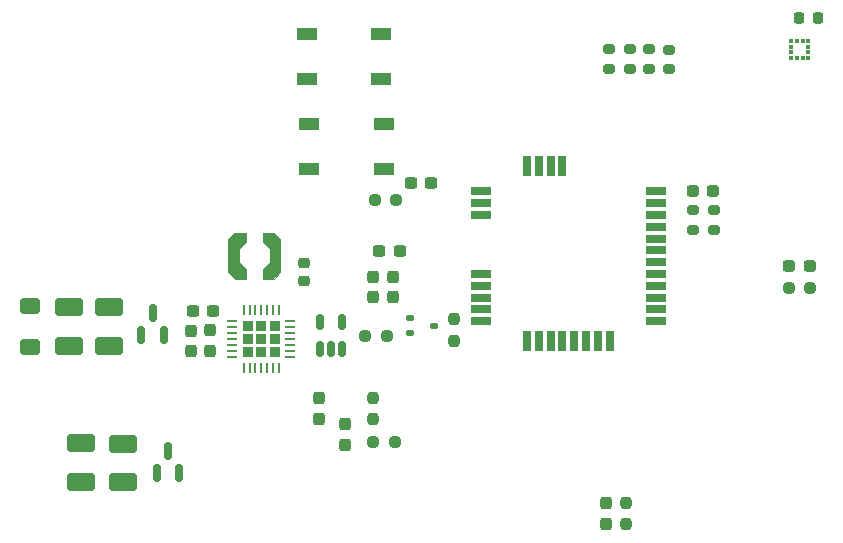
<source format=gbr>
%TF.GenerationSoftware,KiCad,Pcbnew,8.0.8*%
%TF.CreationDate,2025-02-24T17:42:22-08:00*%
%TF.ProjectId,all_in_one,616c6c5f-696e-45f6-9f6e-652e6b696361,rev?*%
%TF.SameCoordinates,Original*%
%TF.FileFunction,Paste,Top*%
%TF.FilePolarity,Positive*%
%FSLAX46Y46*%
G04 Gerber Fmt 4.6, Leading zero omitted, Abs format (unit mm)*
G04 Created by KiCad (PCBNEW 8.0.8) date 2025-02-24 17:42:22*
%MOMM*%
%LPD*%
G01*
G04 APERTURE LIST*
G04 Aperture macros list*
%AMRoundRect*
0 Rectangle with rounded corners*
0 $1 Rounding radius*
0 $2 $3 $4 $5 $6 $7 $8 $9 X,Y pos of 4 corners*
0 Add a 4 corners polygon primitive as box body*
4,1,4,$2,$3,$4,$5,$6,$7,$8,$9,$2,$3,0*
0 Add four circle primitives for the rounded corners*
1,1,$1+$1,$2,$3*
1,1,$1+$1,$4,$5*
1,1,$1+$1,$6,$7*
1,1,$1+$1,$8,$9*
0 Add four rect primitives between the rounded corners*
20,1,$1+$1,$2,$3,$4,$5,0*
20,1,$1+$1,$4,$5,$6,$7,0*
20,1,$1+$1,$6,$7,$8,$9,0*
20,1,$1+$1,$8,$9,$2,$3,0*%
G04 Aperture macros list end*
%ADD10C,0.000100*%
%ADD11R,1.700000X1.000000*%
%ADD12RoundRect,0.237500X-0.250000X-0.237500X0.250000X-0.237500X0.250000X0.237500X-0.250000X0.237500X0*%
%ADD13RoundRect,0.150000X0.150000X-0.587500X0.150000X0.587500X-0.150000X0.587500X-0.150000X-0.587500X0*%
%ADD14RoundRect,0.237500X-0.237500X0.250000X-0.237500X-0.250000X0.237500X-0.250000X0.237500X0.250000X0*%
%ADD15RoundRect,0.237500X-0.287500X-0.237500X0.287500X-0.237500X0.287500X0.237500X-0.287500X0.237500X0*%
%ADD16RoundRect,0.250001X-0.924999X0.499999X-0.924999X-0.499999X0.924999X-0.499999X0.924999X0.499999X0*%
%ADD17RoundRect,0.237500X0.237500X-0.300000X0.237500X0.300000X-0.237500X0.300000X-0.237500X-0.300000X0*%
%ADD18RoundRect,0.237500X0.300000X0.237500X-0.300000X0.237500X-0.300000X-0.237500X0.300000X-0.237500X0*%
%ADD19RoundRect,0.237500X0.237500X-0.287500X0.237500X0.287500X-0.237500X0.287500X-0.237500X-0.287500X0*%
%ADD20RoundRect,0.225000X-0.225000X-0.225000X0.225000X-0.225000X0.225000X0.225000X-0.225000X0.225000X0*%
%ADD21RoundRect,0.062500X-0.337500X-0.062500X0.337500X-0.062500X0.337500X0.062500X-0.337500X0.062500X0*%
%ADD22RoundRect,0.062500X-0.062500X-0.337500X0.062500X-0.337500X0.062500X0.337500X-0.062500X0.337500X0*%
%ADD23RoundRect,0.112500X-0.237500X0.112500X-0.237500X-0.112500X0.237500X-0.112500X0.237500X0.112500X0*%
%ADD24R,1.800000X0.700000*%
%ADD25R,0.700000X1.800000*%
%ADD26RoundRect,0.250000X-0.600000X0.400000X-0.600000X-0.400000X0.600000X-0.400000X0.600000X0.400000X0*%
%ADD27RoundRect,0.200000X-0.275000X0.200000X-0.275000X-0.200000X0.275000X-0.200000X0.275000X0.200000X0*%
%ADD28RoundRect,0.225000X0.250000X-0.225000X0.250000X0.225000X-0.250000X0.225000X-0.250000X-0.225000X0*%
%ADD29RoundRect,0.237500X0.287500X0.237500X-0.287500X0.237500X-0.287500X-0.237500X0.287500X-0.237500X0*%
%ADD30RoundRect,0.237500X-0.300000X-0.237500X0.300000X-0.237500X0.300000X0.237500X-0.300000X0.237500X0*%
%ADD31RoundRect,0.237500X-0.237500X0.300000X-0.237500X-0.300000X0.237500X-0.300000X0.237500X0.300000X0*%
%ADD32RoundRect,0.225000X-0.225000X-0.250000X0.225000X-0.250000X0.225000X0.250000X-0.225000X0.250000X0*%
%ADD33R,0.376682X0.351536*%
%ADD34R,0.351536X0.376682*%
%ADD35RoundRect,0.150000X0.150000X-0.512500X0.150000X0.512500X-0.150000X0.512500X-0.150000X-0.512500X0*%
G04 APERTURE END LIST*
D10*
%TO.C,L1*%
X68975000Y-36230000D02*
X68395000Y-36810000D01*
X68395000Y-37975000D01*
X68975000Y-38555000D01*
X68975000Y-39345000D01*
X68075000Y-39345000D01*
X67525000Y-38795000D01*
X67525000Y-36005000D01*
X68075000Y-35455000D01*
X68975000Y-35455000D01*
X68975000Y-36230000D01*
G36*
X68975000Y-36230000D02*
G01*
X68395000Y-36810000D01*
X68395000Y-37975000D01*
X68975000Y-38555000D01*
X68975000Y-39345000D01*
X68075000Y-39345000D01*
X67525000Y-38795000D01*
X67525000Y-36005000D01*
X68075000Y-35455000D01*
X68975000Y-35455000D01*
X68975000Y-36230000D01*
G37*
X71925000Y-36005000D02*
X71925000Y-38795000D01*
X71375000Y-39345000D01*
X70475000Y-39345000D01*
X70475000Y-38555000D01*
X71055000Y-37975000D01*
X71055000Y-36810000D01*
X70475000Y-36230000D01*
X70475000Y-35455000D01*
X71375000Y-35455000D01*
X71925000Y-36005000D01*
G36*
X71925000Y-36005000D02*
G01*
X71925000Y-38795000D01*
X71375000Y-39345000D01*
X70475000Y-39345000D01*
X70475000Y-38555000D01*
X71055000Y-37975000D01*
X71055000Y-36810000D01*
X70475000Y-36230000D01*
X70475000Y-35455000D01*
X71375000Y-35455000D01*
X71925000Y-36005000D01*
G37*
%TD*%
D11*
%TO.C,SW1*%
X74380000Y-26260000D03*
X80680000Y-26260000D03*
X74380000Y-30060000D03*
X80680000Y-30060000D03*
%TD*%
D12*
%TO.C,R9*%
X114957500Y-40120000D03*
X116782500Y-40120000D03*
%TD*%
D13*
%TO.C,Q2*%
X61450000Y-55785000D03*
X63350000Y-55785000D03*
X62400000Y-53910000D03*
%TD*%
D12*
%TO.C,R2*%
X79797500Y-53160000D03*
X81622500Y-53160000D03*
%TD*%
D14*
%TO.C,R8*%
X101200000Y-58325000D03*
X101200000Y-60150000D03*
%TD*%
D15*
%TO.C,L3*%
X106815000Y-31935000D03*
X108565000Y-31935000D03*
%TD*%
D16*
%TO.C,C2*%
X55080000Y-53290000D03*
X55080000Y-56540000D03*
%TD*%
D17*
%TO.C,C12*%
X81450000Y-40902500D03*
X81450000Y-39177500D03*
%TD*%
D18*
%TO.C,C7*%
X66240000Y-42080000D03*
X64515000Y-42080000D03*
%TD*%
D16*
%TO.C,C4*%
X58620000Y-53310000D03*
X58620000Y-56560000D03*
%TD*%
D19*
%TO.C,D2*%
X99470000Y-60107500D03*
X99470000Y-58357500D03*
%TD*%
D20*
%TO.C,U1*%
X69190000Y-43350000D03*
X69190000Y-44470000D03*
X69190000Y-45590000D03*
X70310000Y-43350000D03*
X70310000Y-44470000D03*
X70310000Y-45590000D03*
X71430000Y-43350000D03*
X71430000Y-44470000D03*
X71430000Y-45590000D03*
D21*
X67860000Y-42970000D03*
X67860000Y-43470000D03*
X67860000Y-43970000D03*
X67860000Y-44470000D03*
X67860000Y-44970000D03*
X67860000Y-45470000D03*
X67860000Y-45970000D03*
D22*
X68810000Y-46920000D03*
X69310000Y-46920000D03*
X69810000Y-46920000D03*
X70310000Y-46920000D03*
X70810000Y-46920000D03*
X71310000Y-46920000D03*
X71810000Y-46920000D03*
D21*
X72760000Y-45970000D03*
X72760000Y-45470000D03*
X72760000Y-44970000D03*
X72760000Y-44470000D03*
X72760000Y-43970000D03*
X72760000Y-43470000D03*
X72760000Y-42970000D03*
D22*
X71810000Y-42020000D03*
X71310000Y-42020000D03*
X70810000Y-42020000D03*
X70310000Y-42020000D03*
X69810000Y-42020000D03*
X69310000Y-42020000D03*
X68810000Y-42020000D03*
%TD*%
D23*
%TO.C,Q3*%
X82920000Y-42670000D03*
X82920000Y-43970000D03*
X84920000Y-43320000D03*
%TD*%
D13*
%TO.C,Q1*%
X60150000Y-44120000D03*
X62050000Y-44120000D03*
X61100000Y-42245000D03*
%TD*%
D12*
%TO.C,R5*%
X79907500Y-32730000D03*
X81732500Y-32730000D03*
%TD*%
D16*
%TO.C,C3*%
X57440000Y-41780000D03*
X57440000Y-45030000D03*
%TD*%
D14*
%TO.C,R1*%
X79790000Y-49437500D03*
X79790000Y-51262500D03*
%TD*%
D24*
%TO.C,U3*%
X103745000Y-42955000D03*
X103745000Y-41955000D03*
X103745000Y-40955000D03*
X103745000Y-39955000D03*
X103745000Y-38955000D03*
X103745000Y-37955000D03*
X103745000Y-36955000D03*
X103745000Y-35955000D03*
X103745000Y-34955000D03*
X103745000Y-33955000D03*
X103745000Y-32955000D03*
X103745000Y-31955000D03*
D25*
X95790000Y-29820000D03*
X94790000Y-29820000D03*
X93790000Y-29820000D03*
X92790000Y-29820000D03*
D24*
X88945000Y-31955000D03*
X88945000Y-32955000D03*
X88945000Y-33955000D03*
X88945000Y-38955000D03*
X88945000Y-39955000D03*
X88945000Y-40955000D03*
X88945000Y-41955000D03*
X88945000Y-42955000D03*
D25*
X92790000Y-44620000D03*
X93790000Y-44620000D03*
X94790000Y-44620000D03*
X95790000Y-44620000D03*
X96790000Y-44620000D03*
X97790000Y-44620000D03*
X98790000Y-44620000D03*
X99790000Y-44620000D03*
%TD*%
D26*
%TO.C,D1*%
X50730000Y-41630000D03*
X50730000Y-45130000D03*
%TD*%
D27*
%TO.C,R13*%
X103150000Y-19930000D03*
X103150000Y-21580000D03*
%TD*%
%TO.C,R15*%
X108600000Y-33560000D03*
X108600000Y-35210000D03*
%TD*%
%TO.C,R14*%
X106820000Y-33565000D03*
X106820000Y-35215000D03*
%TD*%
D28*
%TO.C,C6*%
X73905000Y-39535000D03*
X73905000Y-37985000D03*
%TD*%
D12*
%TO.C,R3*%
X79120000Y-44190000D03*
X80945000Y-44190000D03*
%TD*%
D17*
%TO.C,C9*%
X75180000Y-51220000D03*
X75180000Y-49495000D03*
%TD*%
D11*
%TO.C,SW2*%
X74170000Y-18660000D03*
X80470000Y-18660000D03*
X74170000Y-22460000D03*
X80470000Y-22460000D03*
%TD*%
D17*
%TO.C,C8*%
X64310000Y-45472500D03*
X64310000Y-43747500D03*
%TD*%
D29*
%TO.C,D3*%
X116740000Y-38300000D03*
X114990000Y-38300000D03*
%TD*%
D30*
%TO.C,C11*%
X82955000Y-31270000D03*
X84680000Y-31270000D03*
%TD*%
D17*
%TO.C,C13*%
X79790000Y-40902500D03*
X79790000Y-39177500D03*
%TD*%
D31*
%TO.C,C5*%
X77420000Y-51677500D03*
X77420000Y-53402500D03*
%TD*%
D16*
%TO.C,C1*%
X54010000Y-41780000D03*
X54010000Y-45030000D03*
%TD*%
D19*
%TO.C,L2*%
X66000000Y-45480000D03*
X66000000Y-43730000D03*
%TD*%
D27*
%TO.C,R10*%
X101490000Y-19940000D03*
X101490000Y-21590000D03*
%TD*%
D14*
%TO.C,R4*%
X86640000Y-42797500D03*
X86640000Y-44622500D03*
%TD*%
D27*
%TO.C,R11*%
X99740000Y-19930000D03*
X99740000Y-21580000D03*
%TD*%
D32*
%TO.C,C14*%
X115865000Y-17290000D03*
X117415000Y-17290000D03*
%TD*%
D33*
%TO.C,U4*%
X116630002Y-20700002D03*
X116630002Y-20200001D03*
X116630002Y-19700001D03*
X116630002Y-19200000D03*
D34*
X116130001Y-19200000D03*
X115630001Y-19200000D03*
D33*
X115130000Y-19200000D03*
X115130000Y-19700001D03*
X115130000Y-20200001D03*
X115130000Y-20700002D03*
D34*
X115630001Y-20700002D03*
X116130001Y-20700002D03*
%TD*%
D30*
%TO.C,C10*%
X80287500Y-37010000D03*
X82012500Y-37010000D03*
%TD*%
D35*
%TO.C,U2*%
X75260000Y-45320000D03*
X76210000Y-45320000D03*
X77160000Y-45320000D03*
X77160000Y-43045000D03*
X75260000Y-43045000D03*
%TD*%
D27*
%TO.C,R12*%
X104860000Y-19965000D03*
X104860000Y-21615000D03*
%TD*%
M02*

</source>
